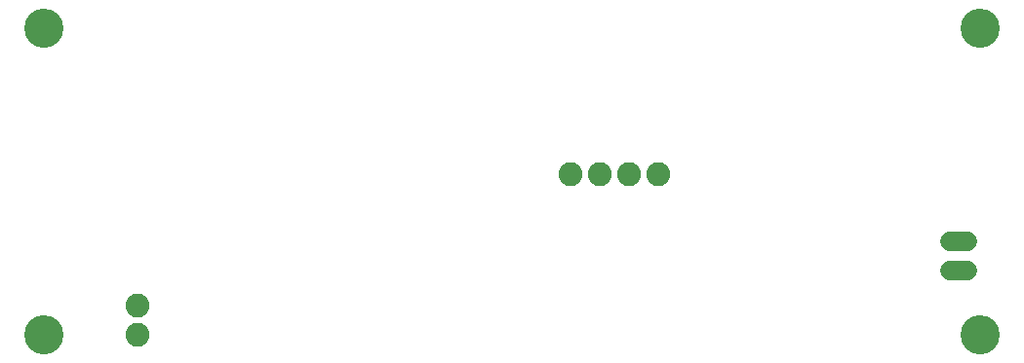
<source format=gbs>
G04 EAGLE Gerber RS-274X export*
G75*
%MOMM*%
%FSLAX25Y25*%
%LPD*%
%AMOC8*
5,1,8,0,0,1.08239X$1,22.5*%
G01*
%ADD10C,3.403200*%
%ADD11C,2.082800*%
%ADD12C,1.727200*%


D10*
X8382000Y2921000D03*
X8382000Y254000D03*
X254000Y2921000D03*
X254000Y254000D03*
D11*
X4826000Y1651000D03*
X5080000Y1651000D03*
X5334000Y1651000D03*
X5588000Y1651000D03*
X1066800Y508000D03*
X1066800Y254000D03*
D12*
X8115300Y812800D02*
X8267700Y812800D01*
X8267700Y1066800D02*
X8115300Y1066800D01*
M02*

</source>
